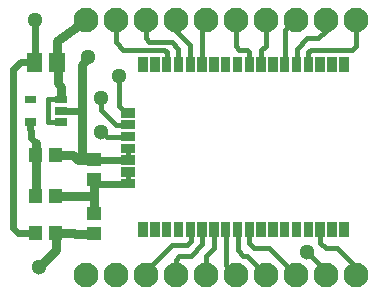
<source format=gbr>
%FSLAX32Y32*%
%MOMM*%
%LNCUIVRE1*%
G71*
G01*
%ADD10C, 2.10*%
%ADD11C, 0.40*%
%ADD12C, 1.30*%
%ADD13C, 0.60*%
%ADD14C, 0.80*%
%LPD*%
X989Y2353D02*
G54D10*
D03*
X1243Y2353D02*
G54D10*
D03*
X1497Y2353D02*
G54D10*
D03*
X1751Y2353D02*
G54D10*
D03*
X2005Y2353D02*
G54D10*
D03*
X2259Y2353D02*
G54D10*
D03*
X2513Y2353D02*
G54D10*
D03*
X2767Y2353D02*
G54D10*
D03*
X989Y194D02*
G54D10*
D03*
X1243Y194D02*
G54D10*
D03*
X1497Y194D02*
G54D10*
D03*
X1751Y194D02*
G54D10*
D03*
X2005Y194D02*
G54D10*
D03*
X2259Y194D02*
G54D10*
D03*
X2513Y194D02*
G54D10*
D03*
X2767Y194D02*
G54D10*
D03*
X735Y194D02*
G54D10*
D03*
G36*
X2881Y636D02*
X2961Y636D01*
X2961Y516D01*
X2881Y516D01*
X2881Y636D01*
G37*
G36*
X2781Y636D02*
X2861Y636D01*
X2861Y516D01*
X2781Y516D01*
X2781Y636D01*
G37*
G36*
X2681Y636D02*
X2761Y636D01*
X2761Y516D01*
X2681Y516D01*
X2681Y636D01*
G37*
G36*
X2581Y636D02*
X2661Y636D01*
X2661Y516D01*
X2581Y516D01*
X2581Y636D01*
G37*
G36*
X2481Y636D02*
X2561Y636D01*
X2561Y516D01*
X2481Y516D01*
X2481Y636D01*
G37*
G36*
X2381Y636D02*
X2461Y636D01*
X2461Y516D01*
X2381Y516D01*
X2381Y636D01*
G37*
G36*
X2281Y636D02*
X2361Y636D01*
X2361Y516D01*
X2281Y516D01*
X2281Y636D01*
G37*
G36*
X2181Y636D02*
X2261Y636D01*
X2261Y516D01*
X2181Y516D01*
X2181Y636D01*
G37*
G36*
X2081Y636D02*
X2161Y636D01*
X2161Y516D01*
X2081Y516D01*
X2081Y636D01*
G37*
G36*
X1981Y636D02*
X2061Y636D01*
X2061Y516D01*
X1981Y516D01*
X1981Y636D01*
G37*
G36*
X1881Y636D02*
X1961Y636D01*
X1961Y516D01*
X1881Y516D01*
X1881Y636D01*
G37*
G36*
X1781Y636D02*
X1861Y636D01*
X1861Y516D01*
X1781Y516D01*
X1781Y636D01*
G37*
G36*
X1681Y636D02*
X1761Y636D01*
X1761Y516D01*
X1681Y516D01*
X1681Y636D01*
G37*
G36*
X1581Y636D02*
X1661Y636D01*
X1661Y516D01*
X1581Y516D01*
X1581Y636D01*
G37*
G36*
X1481Y636D02*
X1561Y636D01*
X1561Y516D01*
X1481Y516D01*
X1481Y636D01*
G37*
G36*
X1381Y636D02*
X1461Y636D01*
X1461Y516D01*
X1381Y516D01*
X1381Y636D01*
G37*
G36*
X1281Y636D02*
X1361Y636D01*
X1361Y516D01*
X1281Y516D01*
X1281Y636D01*
G37*
G36*
X1181Y636D02*
X1261Y636D01*
X1261Y516D01*
X1181Y516D01*
X1181Y636D01*
G37*
G36*
X2881Y2033D02*
X2961Y2033D01*
X2961Y1913D01*
X2881Y1913D01*
X2881Y2033D01*
G37*
G36*
X2781Y2033D02*
X2861Y2033D01*
X2861Y1913D01*
X2781Y1913D01*
X2781Y2033D01*
G37*
G36*
X2681Y2033D02*
X2761Y2033D01*
X2761Y1913D01*
X2681Y1913D01*
X2681Y2033D01*
G37*
G36*
X2581Y2033D02*
X2661Y2033D01*
X2661Y1913D01*
X2581Y1913D01*
X2581Y2033D01*
G37*
G36*
X2481Y2033D02*
X2561Y2033D01*
X2561Y1913D01*
X2481Y1913D01*
X2481Y2033D01*
G37*
G36*
X2381Y2033D02*
X2461Y2033D01*
X2461Y1913D01*
X2381Y1913D01*
X2381Y2033D01*
G37*
G36*
X2281Y2033D02*
X2361Y2033D01*
X2361Y1913D01*
X2281Y1913D01*
X2281Y2033D01*
G37*
G36*
X2181Y2033D02*
X2261Y2033D01*
X2261Y1913D01*
X2181Y1913D01*
X2181Y2033D01*
G37*
G36*
X2081Y2033D02*
X2161Y2033D01*
X2161Y1913D01*
X2081Y1913D01*
X2081Y2033D01*
G37*
G36*
X1981Y2033D02*
X2061Y2033D01*
X2061Y1913D01*
X1981Y1913D01*
X1981Y2033D01*
G37*
G36*
X1881Y2033D02*
X1961Y2033D01*
X1961Y1913D01*
X1881Y1913D01*
X1881Y2033D01*
G37*
G36*
X1781Y2033D02*
X1861Y2033D01*
X1861Y1913D01*
X1781Y1913D01*
X1781Y2033D01*
G37*
G36*
X1681Y2033D02*
X1761Y2033D01*
X1761Y1913D01*
X1681Y1913D01*
X1681Y2033D01*
G37*
G36*
X1581Y2033D02*
X1661Y2033D01*
X1661Y1913D01*
X1581Y1913D01*
X1581Y2033D01*
G37*
G36*
X1481Y2033D02*
X1561Y2033D01*
X1561Y1913D01*
X1481Y1913D01*
X1481Y2033D01*
G37*
G36*
X1381Y2033D02*
X1461Y2033D01*
X1461Y1913D01*
X1381Y1913D01*
X1381Y2033D01*
G37*
G36*
X1281Y2033D02*
X1361Y2033D01*
X1361Y1913D01*
X1281Y1913D01*
X1281Y2033D01*
G37*
G36*
X1181Y2033D02*
X1261Y2033D01*
X1261Y1913D01*
X1181Y1913D01*
X1181Y2033D01*
G37*
G36*
X1035Y1523D02*
X1035Y1603D01*
X1155Y1603D01*
X1155Y1523D01*
X1035Y1523D01*
G37*
G36*
X1035Y1423D02*
X1035Y1503D01*
X1155Y1503D01*
X1155Y1423D01*
X1035Y1423D01*
G37*
G36*
X1035Y1323D02*
X1035Y1403D01*
X1155Y1403D01*
X1155Y1323D01*
X1035Y1323D01*
G37*
G36*
X1035Y1223D02*
X1035Y1303D01*
X1155Y1303D01*
X1155Y1223D01*
X1035Y1223D01*
G37*
G36*
X1035Y1123D02*
X1035Y1203D01*
X1155Y1203D01*
X1155Y1123D01*
X1035Y1123D01*
G37*
G36*
X1035Y1023D02*
X1035Y1103D01*
X1155Y1103D01*
X1155Y1023D01*
X1035Y1023D01*
G37*
G36*
X1035Y923D02*
X1035Y1003D01*
X1155Y1003D01*
X1155Y923D01*
X1035Y923D01*
G37*
G54D11*
X1421Y1973D02*
X1421Y2080D01*
X1402Y2099D01*
X1053Y2099D01*
X989Y2163D01*
X989Y2353D01*
G54D11*
X1521Y1973D02*
X1521Y2107D01*
X1466Y2163D01*
X1275Y2163D01*
X1243Y2194D01*
X1243Y2353D01*
G54D11*
X1621Y1973D02*
X1621Y2134D01*
X1497Y2258D01*
X1497Y2353D01*
G54D11*
X1721Y1973D02*
X1721Y2323D01*
X1751Y2353D01*
G54D11*
X2121Y1973D02*
X2121Y2078D01*
X2100Y2099D01*
X2037Y2099D01*
X2005Y2131D01*
X2005Y2353D01*
X3021Y2353D02*
G54D10*
D03*
G54D11*
X2621Y1973D02*
X2621Y2080D01*
X2640Y2099D01*
X2990Y2099D01*
X3021Y2131D01*
X3021Y2353D01*
X735Y2353D02*
G54D10*
D03*
X3021Y194D02*
G54D10*
D03*
G54D11*
X1095Y963D02*
X1095Y1063D01*
G54D11*
X1095Y1163D02*
X1095Y1263D01*
G54D11*
X2221Y1973D02*
X2221Y2093D01*
X2259Y2131D01*
X2259Y2353D01*
X751Y2036D02*
G54D12*
D03*
G54D11*
X1821Y576D02*
X1821Y423D01*
X1751Y353D01*
X1751Y194D01*
G54D11*
X1721Y576D02*
X1721Y450D01*
X1624Y353D01*
X1529Y353D01*
X1497Y321D01*
X1497Y194D01*
G54D11*
X1921Y576D02*
X1921Y278D01*
X2005Y194D01*
G54D11*
X2021Y576D02*
X2021Y400D01*
X2069Y353D01*
X2100Y353D01*
X2259Y194D01*
G54D11*
X2121Y576D02*
X2121Y459D01*
X2164Y416D01*
X2291Y416D01*
X2513Y194D01*
G54D11*
X1624Y575D02*
X1624Y480D01*
X1592Y448D01*
X1466Y448D01*
X1243Y226D01*
X1243Y194D01*
G54D13*
X1095Y963D02*
X856Y963D01*
X809Y998D01*
X1021Y1877D02*
G54D12*
D03*
G54D14*
X493Y1991D02*
X493Y2168D01*
X735Y2353D01*
X307Y2353D02*
G54D12*
D03*
G54D13*
X307Y1971D02*
X307Y2353D01*
G54D11*
X2421Y1973D02*
X2421Y2261D01*
X2513Y2353D01*
G54D11*
X2521Y1973D02*
X2521Y2107D01*
X2608Y2194D01*
X2704Y2194D01*
X2767Y2258D01*
X2767Y2353D01*
X2608Y384D02*
G54D12*
D03*
G54D11*
X2767Y194D02*
X2767Y226D01*
X2608Y385D01*
G54D14*
X751Y2035D02*
X704Y1972D01*
X702Y1169D01*
X862Y1686D02*
G54D12*
D03*
G54D11*
X2721Y576D02*
X2721Y462D01*
X2767Y416D01*
X2862Y416D01*
X3021Y257D01*
X3021Y194D01*
X862Y1400D02*
G54D12*
D03*
G54D13*
X1095Y1163D02*
X809Y1168D01*
G54D11*
X1095Y1363D02*
X915Y1363D01*
X862Y1401D01*
G54D11*
X1095Y1463D02*
X990Y1463D01*
X926Y1527D01*
X862Y1591D01*
X862Y1686D01*
G54D11*
X1095Y1563D02*
X1080Y1563D01*
X1021Y1623D01*
X1021Y1877D01*
G36*
X478Y1453D02*
X478Y1519D01*
X577Y1519D01*
X577Y1453D01*
X478Y1453D01*
G37*
G36*
X478Y1547D02*
X478Y1613D01*
X577Y1613D01*
X577Y1547D01*
X478Y1547D01*
G37*
G36*
X478Y1643D02*
X478Y1709D01*
X577Y1709D01*
X577Y1643D01*
X478Y1643D01*
G37*
G36*
X219Y1643D02*
X219Y1709D01*
X318Y1709D01*
X318Y1643D01*
X219Y1643D01*
G37*
G36*
X219Y1453D02*
X219Y1519D01*
X318Y1519D01*
X318Y1453D01*
X219Y1453D01*
G37*
G36*
X238Y2071D02*
X368Y2071D01*
X368Y1911D01*
X238Y1911D01*
X238Y2071D01*
G37*
G36*
X428Y2071D02*
X558Y2071D01*
X558Y1911D01*
X428Y1911D01*
X428Y2071D01*
G37*
G36*
X536Y1150D02*
X426Y1150D01*
X426Y1270D01*
X536Y1270D01*
X536Y1150D01*
G37*
G36*
X366Y1150D02*
X256Y1150D01*
X256Y1270D01*
X366Y1270D01*
X366Y1150D01*
G37*
G36*
X749Y943D02*
X749Y1053D01*
X869Y1053D01*
X869Y943D01*
X749Y943D01*
G37*
G36*
X749Y1113D02*
X749Y1223D01*
X869Y1223D01*
X869Y1113D01*
X749Y1113D01*
G37*
G54D11*
X527Y1676D02*
X418Y1677D01*
X418Y1488D01*
X527Y1486D01*
G54D13*
X116Y1642D02*
X116Y1935D01*
X184Y1991D01*
X303Y1991D01*
G36*
X537Y801D02*
X427Y801D01*
X427Y921D01*
X537Y921D01*
X537Y801D01*
G37*
G36*
X367Y801D02*
X257Y801D01*
X257Y921D01*
X367Y921D01*
X367Y801D01*
G37*
G54D13*
X268Y1486D02*
X269Y1348D01*
X311Y1305D01*
G36*
X537Y483D02*
X427Y483D01*
X427Y603D01*
X537Y603D01*
X537Y483D01*
G37*
G36*
X367Y483D02*
X257Y483D01*
X257Y603D01*
X367Y603D01*
X367Y483D01*
G37*
G36*
X749Y483D02*
X749Y593D01*
X869Y593D01*
X869Y483D01*
X749Y483D01*
G37*
G36*
X749Y653D02*
X749Y763D01*
X869Y763D01*
X869Y653D01*
X749Y653D01*
G37*
G54D13*
X312Y543D02*
X164Y543D01*
X116Y591D01*
X116Y1639D01*
X338Y258D02*
G54D12*
D03*
G54D14*
X809Y998D02*
X809Y709D01*
X809Y708D01*
G54D13*
X527Y1580D02*
X704Y1580D01*
G54D14*
X311Y1305D02*
X311Y1052D01*
X312Y861D01*
G54D14*
X527Y1692D02*
X527Y1783D01*
X497Y1813D01*
X497Y1986D01*
X493Y1991D01*
G54D14*
X481Y1210D02*
X624Y1210D01*
X672Y1162D01*
X804Y1162D01*
X809Y1168D01*
G54D14*
X482Y861D02*
X799Y861D01*
G54D14*
X809Y538D02*
X645Y538D01*
X640Y543D01*
X482Y543D01*
G54D14*
X482Y543D02*
X482Y401D01*
X338Y257D01*
M02*

</source>
